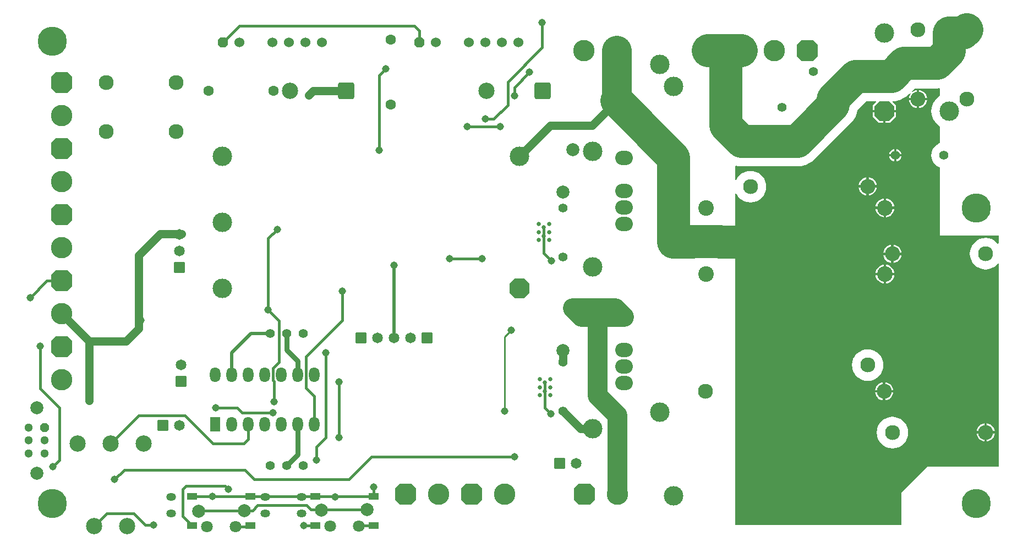
<source format=gbr>
G04 Layer_Physical_Order=1*
G04 Layer_Color=255*
%FSLAX26Y26*%
%MOIN*%
%TF.FileFunction,Copper,L1,Top,Signal*%
%TF.Part,Single*%
G01*
G75*
%TA.AperFunction,SMDPad,CuDef*%
%ADD10R,0.060000X0.040000*%
%TA.AperFunction,Conductor*%
%ADD11C,0.050000*%
%ADD12C,0.015000*%
%ADD13C,0.020000*%
%ADD14C,0.150000*%
%ADD15C,0.120000*%
%ADD16C,0.030000*%
%ADD17C,0.200000*%
%ADD18C,0.180000*%
%ADD19C,0.010000*%
%TA.AperFunction,ComponentPad*%
%ADD20C,0.078740*%
%ADD21C,0.051181*%
G04:AMPARAMS|DCode=22|XSize=51.181mil|YSize=51.181mil|CornerRadius=0mil|HoleSize=0mil|Usage=FLASHONLY|Rotation=270.000|XOffset=0mil|YOffset=0mil|HoleType=Round|Shape=Octagon|*
%AMOCTAGOND22*
4,1,8,-0.012795,-0.025591,0.012795,-0.025591,0.025591,-0.012795,0.025591,0.012795,0.012795,0.025591,-0.012795,0.025591,-0.025591,0.012795,-0.025591,-0.012795,-0.012795,-0.025591,0.0*
%
%ADD22OCTAGOND22*%

%ADD23C,0.090551*%
%ADD24C,0.070866*%
%ADD25C,0.060000*%
G04:AMPARAMS|DCode=26|XSize=60mil|YSize=60mil|CornerRadius=0mil|HoleSize=0mil|Usage=FLASHONLY|Rotation=0.000|XOffset=0mil|YOffset=0mil|HoleType=Round|Shape=Octagon|*
%AMOCTAGOND26*
4,1,8,0.030000,-0.015000,0.030000,0.015000,0.015000,0.030000,-0.015000,0.030000,-0.030000,0.015000,-0.030000,-0.015000,-0.015000,-0.030000,0.015000,-0.030000,0.030000,-0.015000,0.0*
%
%ADD26OCTAGOND26*%

%ADD27C,0.065000*%
G04:AMPARAMS|DCode=28|XSize=65mil|YSize=65mil|CornerRadius=3.25mil|HoleSize=0mil|Usage=FLASHONLY|Rotation=180.000|XOffset=0mil|YOffset=0mil|HoleType=Round|Shape=RoundedRectangle|*
%AMROUNDEDRECTD28*
21,1,0.065000,0.058500,0,0,180.0*
21,1,0.058500,0.065000,0,0,180.0*
1,1,0.006500,-0.029250,0.029250*
1,1,0.006500,0.029250,0.029250*
1,1,0.006500,0.029250,-0.029250*
1,1,0.006500,-0.029250,-0.029250*
%
%ADD28ROUNDEDRECTD28*%
%ADD29C,0.118110*%
G04:AMPARAMS|DCode=30|XSize=118.11mil|YSize=118.11mil|CornerRadius=0mil|HoleSize=0mil|Usage=FLASHONLY|Rotation=270.000|XOffset=0mil|YOffset=0mil|HoleType=Round|Shape=Octagon|*
%AMOCTAGOND30*
4,1,8,-0.029527,-0.059055,0.029527,-0.059055,0.059055,-0.029528,0.059055,0.029528,0.029527,0.059055,-0.029527,0.059055,-0.059055,0.029528,-0.059055,-0.029528,-0.029527,-0.059055,0.0*
%
%ADD30OCTAGOND30*%

G04:AMPARAMS|DCode=31|XSize=65mil|YSize=65mil|CornerRadius=3.25mil|HoleSize=0mil|Usage=FLASHONLY|Rotation=90.000|XOffset=0mil|YOffset=0mil|HoleType=Round|Shape=RoundedRectangle|*
%AMROUNDEDRECTD31*
21,1,0.065000,0.058500,0,0,90.0*
21,1,0.058500,0.065000,0,0,90.0*
1,1,0.006500,0.029250,0.029250*
1,1,0.006500,0.029250,-0.029250*
1,1,0.006500,-0.029250,-0.029250*
1,1,0.006500,-0.029250,0.029250*
%
%ADD31ROUNDEDRECTD31*%
%ADD32C,0.098425*%
G04:AMPARAMS|DCode=33|XSize=98.425mil|YSize=98.425mil|CornerRadius=9.842mil|HoleSize=0mil|Usage=FLASHONLY|Rotation=0.000|XOffset=0mil|YOffset=0mil|HoleType=Round|Shape=RoundedRectangle|*
%AMROUNDEDRECTD33*
21,1,0.098425,0.078740,0,0,0.0*
21,1,0.078740,0.098425,0,0,0.0*
1,1,0.019685,0.039370,-0.039370*
1,1,0.019685,-0.039370,-0.039370*
1,1,0.019685,-0.039370,0.039370*
1,1,0.019685,0.039370,0.039370*
%
%ADD33ROUNDEDRECTD33*%
%ADD34C,0.062992*%
G04:AMPARAMS|DCode=35|XSize=118.11mil|YSize=118.11mil|CornerRadius=0mil|HoleSize=0mil|Usage=FLASHONLY|Rotation=180.000|XOffset=0mil|YOffset=0mil|HoleType=Round|Shape=Octagon|*
%AMOCTAGOND35*
4,1,8,-0.059055,0.029527,-0.059055,-0.029527,-0.029528,-0.059055,0.029528,-0.059055,0.059055,-0.029527,0.059055,0.029527,0.029528,0.059055,-0.029528,0.059055,-0.059055,0.029527,0.0*
%
%ADD35OCTAGOND35*%

G04:AMPARAMS|DCode=36|XSize=129.921mil|YSize=129.921mil|CornerRadius=0mil|HoleSize=0mil|Usage=FLASHONLY|Rotation=270.000|XOffset=0mil|YOffset=0mil|HoleType=Round|Shape=Octagon|*
%AMOCTAGOND36*
4,1,8,-0.032480,-0.064961,0.032480,-0.064961,0.064961,-0.032480,0.064961,0.032480,0.032480,0.064961,-0.032480,0.064961,-0.064961,0.032480,-0.064961,-0.032480,-0.032480,-0.064961,0.0*
%
%ADD36OCTAGOND36*%

%ADD37C,0.129921*%
%ADD38C,0.094488*%
%ADD39C,0.055118*%
%ADD40O,0.059055X0.047244*%
G04:AMPARAMS|DCode=41|XSize=129.921mil|YSize=129.921mil|CornerRadius=0mil|HoleSize=0mil|Usage=FLASHONLY|Rotation=180.000|XOffset=0mil|YOffset=0mil|HoleType=Round|Shape=Octagon|*
%AMOCTAGOND41*
4,1,8,-0.064961,0.032480,-0.064961,-0.032480,-0.032480,-0.064961,0.032480,-0.064961,0.064961,-0.032480,0.064961,0.032480,0.032480,0.064961,-0.032480,0.064961,-0.064961,0.032480,0.0*
%
%ADD41OCTAGOND41*%

%ADD42O,0.106299X0.088189*%
%ADD43O,0.064000X0.090000*%
%ADD44R,0.064000X0.090000*%
%TA.AperFunction,WasherPad*%
%ADD45C,0.177165*%
%TA.AperFunction,ViaPad*%
%ADD46C,0.118110*%
%ADD47C,0.045000*%
%ADD48C,0.025984*%
G36*
X6929134Y4512757D02*
Y4471227D01*
X6920701Y4466059D01*
X6907648Y4454911D01*
X6896500Y4441858D01*
X6887531Y4427222D01*
X6880962Y4411363D01*
X6876954Y4394672D01*
X6875608Y4377559D01*
X6876954Y4360446D01*
X6880962Y4343755D01*
X6887531Y4327896D01*
X6896500Y4313260D01*
X6907648Y4300207D01*
X6920701Y4289059D01*
X6929134Y4283891D01*
X6929134Y4183919D01*
X6922814Y4182002D01*
X6909340Y4174800D01*
X6897530Y4165108D01*
X6887838Y4153298D01*
X6880636Y4139824D01*
X6876201Y4125204D01*
X6874703Y4110000D01*
X6876201Y4094796D01*
X6880636Y4080176D01*
X6887838Y4066702D01*
X6897530Y4054892D01*
X6909340Y4045200D01*
X6922814Y4037998D01*
X6929133Y4036081D01*
Y3622047D01*
X7283465D01*
Y3575439D01*
X7278757Y3573755D01*
X7272420Y3581476D01*
X7257913Y3593382D01*
X7241361Y3602229D01*
X7223402Y3607677D01*
X7204724Y3609516D01*
X7186047Y3607677D01*
X7168088Y3602229D01*
X7151536Y3593382D01*
X7137028Y3581476D01*
X7125122Y3566968D01*
X7116275Y3550416D01*
X7110827Y3532457D01*
X7108988Y3513780D01*
X7110827Y3495102D01*
X7116275Y3477143D01*
X7125122Y3460591D01*
X7137028Y3446084D01*
X7151536Y3434177D01*
X7168088Y3425330D01*
X7186047Y3419883D01*
X7204724Y3418043D01*
X7223402Y3419883D01*
X7241361Y3425330D01*
X7257913Y3434177D01*
X7272420Y3446084D01*
X7278757Y3453805D01*
X7283465Y3452120D01*
Y2224409D01*
X6850394D01*
X6692913Y2066929D01*
Y1870079D01*
X5688976D01*
Y3876825D01*
X5693976Y3878077D01*
X5700398Y3866064D01*
X5712304Y3851556D01*
X5726812Y3839650D01*
X5743363Y3830803D01*
X5761323Y3825355D01*
X5780000Y3823515D01*
X5798677Y3825355D01*
X5816637Y3830803D01*
X5833188Y3839650D01*
X5847696Y3851556D01*
X5859602Y3866064D01*
X5868449Y3882615D01*
X5873897Y3900575D01*
X5875737Y3919252D01*
X5873897Y3937929D01*
X5868449Y3955889D01*
X5859602Y3972440D01*
X5847696Y3986948D01*
X5833188Y3998854D01*
X5816637Y4007701D01*
X5798677Y4013149D01*
X5780000Y4014989D01*
X5761323Y4013149D01*
X5743363Y4007701D01*
X5726812Y3998854D01*
X5712304Y3986948D01*
X5700398Y3972440D01*
X5693976Y3960427D01*
X5688976Y3961679D01*
Y4043912D01*
X5693976Y4046903D01*
X5704809Y4044302D01*
X5728346Y4042450D01*
X6062992D01*
X6086530Y4044302D01*
X6098009Y4047058D01*
X6109488Y4049814D01*
X6120395Y4054331D01*
X6131301Y4058849D01*
X6151433Y4071186D01*
X6169386Y4086519D01*
X6388402Y4305535D01*
X6403736Y4323489D01*
X6416072Y4343620D01*
X6420590Y4354527D01*
X6425108Y4365433D01*
X6430218Y4386722D01*
X6479647Y4436150D01*
X6539775D01*
X6541689Y4431531D01*
X6522244Y4412087D01*
Y4385059D01*
X6591299D01*
X6660354D01*
Y4412087D01*
X6640336Y4432105D01*
X6642066Y4436796D01*
X6657396Y4438003D01*
X6668875Y4440759D01*
X6680354Y4443515D01*
X6691261Y4448032D01*
X6702167Y4452550D01*
X6722299Y4464886D01*
X6740252Y4480220D01*
X6747495Y4487463D01*
X6751262Y4484159D01*
X6746441Y4477876D01*
X6740872Y4464430D01*
X6739959Y4457500D01*
X6787225D01*
Y4504765D01*
X6780295Y4503853D01*
X6766848Y4498283D01*
X6760566Y4493462D01*
X6757262Y4497230D01*
X6774923Y4514891D01*
X6909449D01*
X6925462Y4516151D01*
X6929134Y4512757D01*
D02*
G37*
%LPC*%
G36*
X6597500Y2734765D02*
Y2687500D01*
X6644765D01*
X6643853Y2694430D01*
X6638283Y2707876D01*
X6629423Y2719423D01*
X6617876Y2728283D01*
X6604430Y2733853D01*
X6597500Y2734765D01*
D02*
G37*
G36*
X6490000Y2934398D02*
X6471323Y2932558D01*
X6453363Y2927110D01*
X6436812Y2918264D01*
X6422304Y2906357D01*
X6410398Y2891850D01*
X6401551Y2875298D01*
X6396103Y2857339D01*
X6394263Y2838661D01*
X6396103Y2819984D01*
X6401551Y2802025D01*
X6410398Y2785473D01*
X6422304Y2770965D01*
X6436812Y2759059D01*
X6453363Y2750212D01*
X6471323Y2744764D01*
X6490000Y2742925D01*
X6508677Y2744764D01*
X6526637Y2750212D01*
X6543188Y2759059D01*
X6557696Y2770965D01*
X6569602Y2785473D01*
X6578449Y2802025D01*
X6583897Y2819984D01*
X6585737Y2838661D01*
X6583897Y2857339D01*
X6578449Y2875298D01*
X6569602Y2891850D01*
X6557696Y2906357D01*
X6543188Y2918264D01*
X6526637Y2927110D01*
X6508677Y2932558D01*
X6490000Y2934398D01*
D02*
G37*
G36*
X6644765Y2672500D02*
X6597500D01*
Y2625235D01*
X6604430Y2626147D01*
X6617876Y2631717D01*
X6629423Y2640577D01*
X6638283Y2652124D01*
X6643853Y2665570D01*
X6644765Y2672500D01*
D02*
G37*
G36*
X6582500Y2734765D02*
X6575570Y2733853D01*
X6562124Y2728283D01*
X6550577Y2719423D01*
X6541717Y2707876D01*
X6536147Y2694430D01*
X6535235Y2687500D01*
X6582500D01*
Y2734765D01*
D02*
G37*
G36*
X6587500Y3382500D02*
X6538249D01*
X6539229Y3375056D01*
X6544997Y3361131D01*
X6554173Y3349173D01*
X6566131Y3339997D01*
X6580056Y3334229D01*
X6587500Y3333249D01*
Y3382500D01*
D02*
G37*
G36*
X6602500Y3446751D02*
Y3397500D01*
X6651751D01*
X6650771Y3404944D01*
X6645003Y3418869D01*
X6635827Y3430827D01*
X6623869Y3440003D01*
X6609944Y3445771D01*
X6602500Y3446751D01*
D02*
G37*
G36*
X6632500Y3505177D02*
X6585235D01*
X6586147Y3498247D01*
X6591717Y3484801D01*
X6600577Y3473254D01*
X6612124Y3464394D01*
X6625570Y3458824D01*
X6632500Y3457912D01*
Y3505177D01*
D02*
G37*
G36*
X6651751Y3382500D02*
X6602500D01*
Y3333249D01*
X6609944Y3334229D01*
X6623869Y3339997D01*
X6635827Y3349173D01*
X6645003Y3361131D01*
X6650771Y3375056D01*
X6651751Y3382500D01*
D02*
G37*
G36*
X6587500Y3446751D02*
X6580056Y3445771D01*
X6566131Y3440003D01*
X6554173Y3430827D01*
X6544997Y3418869D01*
X6539229Y3404944D01*
X6538249Y3397500D01*
X6587500D01*
Y3446751D01*
D02*
G37*
G36*
X6582500Y2672500D02*
X6535235D01*
X6536147Y2665570D01*
X6541717Y2652124D01*
X6550577Y2640577D01*
X6562124Y2631717D01*
X6575570Y2626147D01*
X6582500Y2625235D01*
Y2672500D01*
D02*
G37*
G36*
X5772500Y2005513D02*
X5765570Y2004601D01*
X5752124Y1999031D01*
X5740577Y1990171D01*
X5731717Y1978624D01*
X5726147Y1965178D01*
X5725235Y1958248D01*
X5772500D01*
Y2005513D01*
D02*
G37*
G36*
X5787500D02*
Y1958248D01*
X5834765D01*
X5833853Y1965178D01*
X5828283Y1978624D01*
X5819423Y1990171D01*
X5807876Y1999031D01*
X5794430Y2004601D01*
X5787500Y2005513D01*
D02*
G37*
G36*
X5772500Y1943248D02*
X5725235D01*
X5726147Y1936318D01*
X5731717Y1922872D01*
X5740577Y1911325D01*
X5752124Y1902465D01*
X5765570Y1896895D01*
X5772500Y1895983D01*
Y1943248D01*
D02*
G37*
G36*
X5834765D02*
X5787500D01*
Y1895983D01*
X5794430Y1896895D01*
X5807876Y1902465D01*
X5819423Y1911325D01*
X5828283Y1922872D01*
X5833853Y1936318D01*
X5834765Y1943248D01*
D02*
G37*
G36*
X6640000Y2525737D02*
X6621323Y2523897D01*
X6603363Y2518449D01*
X6586812Y2509602D01*
X6572304Y2497696D01*
X6560398Y2483188D01*
X6551551Y2466637D01*
X6546103Y2448677D01*
X6544263Y2430000D01*
X6546103Y2411323D01*
X6551551Y2393363D01*
X6560398Y2376812D01*
X6572304Y2362304D01*
X6586812Y2350398D01*
X6603363Y2341551D01*
X6621323Y2336103D01*
X6640000Y2334263D01*
X6658677Y2336103D01*
X6676637Y2341551D01*
X6693188Y2350398D01*
X6707696Y2362304D01*
X6719602Y2376812D01*
X6728449Y2393363D01*
X6733897Y2411323D01*
X6735737Y2430000D01*
X6733897Y2448677D01*
X6728449Y2466637D01*
X6719602Y2483188D01*
X6707696Y2497696D01*
X6693188Y2509602D01*
X6676637Y2518449D01*
X6658677Y2523897D01*
X6640000Y2525737D01*
D02*
G37*
G36*
X7197225Y2485868D02*
X7190295Y2484955D01*
X7176848Y2479385D01*
X7165301Y2470525D01*
X7156441Y2458979D01*
X7150872Y2445532D01*
X7149959Y2438602D01*
X7197225D01*
Y2485868D01*
D02*
G37*
G36*
X7212225Y2485867D02*
Y2438602D01*
X7259490D01*
X7258577Y2445532D01*
X7253008Y2458979D01*
X7244147Y2470525D01*
X7232601Y2479385D01*
X7219154Y2484955D01*
X7212225Y2485867D01*
D02*
G37*
G36*
X7197225Y2423602D02*
X7149959D01*
X7150872Y2416673D01*
X7156441Y2403226D01*
X7165301Y2391679D01*
X7176848Y2382819D01*
X7190295Y2377249D01*
X7197225Y2376337D01*
Y2423602D01*
D02*
G37*
G36*
X7259490D02*
X7212225D01*
Y2376337D01*
X7219154Y2377249D01*
X7232601Y2382819D01*
X7244147Y2391679D01*
X7253008Y2403226D01*
X7258577Y2416673D01*
X7259490Y2423602D01*
D02*
G37*
G36*
X6694765Y3505177D02*
X6647500D01*
Y3457912D01*
X6654430Y3458824D01*
X6667876Y3464394D01*
X6679423Y3473254D01*
X6688283Y3484801D01*
X6693853Y3498247D01*
X6694765Y3505177D01*
D02*
G37*
G36*
X6649862Y4146896D02*
X6647557Y4146592D01*
X6638421Y4142808D01*
X6630575Y4136787D01*
X6624555Y4128942D01*
X6620770Y4119805D01*
X6620467Y4117500D01*
X6649862D01*
Y4146896D01*
D02*
G37*
G36*
X6664862D02*
Y4117500D01*
X6694258D01*
X6693954Y4119805D01*
X6690170Y4128942D01*
X6684150Y4136787D01*
X6676304Y4142808D01*
X6667167Y4146592D01*
X6664862Y4146896D01*
D02*
G37*
G36*
X6649862Y4102500D02*
X6620467D01*
X6620770Y4100195D01*
X6624555Y4091058D01*
X6630575Y4083213D01*
X6638421Y4077192D01*
X6647557Y4073408D01*
X6649862Y4073104D01*
Y4102500D01*
D02*
G37*
G36*
X6694258D02*
X6664862D01*
Y4073104D01*
X6667167Y4073408D01*
X6676304Y4077192D01*
X6684150Y4083213D01*
X6690170Y4091058D01*
X6693954Y4100195D01*
X6694258Y4102500D01*
D02*
G37*
G36*
X6583799Y4370059D02*
X6522244D01*
Y4343031D01*
X6556772Y4308504D01*
X6583799D01*
Y4370059D01*
D02*
G37*
G36*
X6849490Y4442500D02*
X6802225D01*
Y4395235D01*
X6809154Y4396147D01*
X6822601Y4401717D01*
X6834147Y4410577D01*
X6843008Y4422124D01*
X6848577Y4435570D01*
X6849490Y4442500D01*
D02*
G37*
G36*
X6802225Y4504765D02*
Y4457500D01*
X6849490D01*
X6848577Y4464430D01*
X6843008Y4477876D01*
X6834147Y4489423D01*
X6822601Y4498283D01*
X6809154Y4503853D01*
X6802225Y4504765D01*
D02*
G37*
G36*
X6660354Y4370059D02*
X6598799D01*
Y4308504D01*
X6625827D01*
X6660354Y4343031D01*
Y4370059D01*
D02*
G37*
G36*
X6787225Y4442500D02*
X6739959D01*
X6740872Y4435570D01*
X6746441Y4422124D01*
X6755301Y4410577D01*
X6766848Y4401717D01*
X6780295Y4396147D01*
X6787225Y4395235D01*
Y4442500D01*
D02*
G37*
G36*
X6497500Y3976104D02*
Y3928838D01*
X6544765D01*
X6543853Y3935768D01*
X6538283Y3949215D01*
X6529423Y3960762D01*
X6517876Y3969622D01*
X6504430Y3975191D01*
X6497500Y3976104D01*
D02*
G37*
G36*
X6587500Y3784075D02*
X6538249D01*
X6539229Y3776631D01*
X6544997Y3762706D01*
X6554173Y3750748D01*
X6566131Y3741572D01*
X6580056Y3735804D01*
X6587500Y3734824D01*
Y3784075D01*
D02*
G37*
G36*
X6651751D02*
X6602500D01*
Y3734824D01*
X6609944Y3735804D01*
X6623869Y3741572D01*
X6635827Y3750748D01*
X6645003Y3762706D01*
X6650771Y3776631D01*
X6651751Y3784075D01*
D02*
G37*
G36*
X6632500Y3567442D02*
X6625570Y3566530D01*
X6612124Y3560960D01*
X6600577Y3552100D01*
X6591717Y3540553D01*
X6586147Y3527107D01*
X6585235Y3520177D01*
X6632500D01*
Y3567442D01*
D02*
G37*
G36*
X6647500D02*
Y3520177D01*
X6694765D01*
X6693853Y3527107D01*
X6688283Y3540553D01*
X6679423Y3552100D01*
X6667876Y3560960D01*
X6654430Y3566530D01*
X6647500Y3567442D01*
D02*
G37*
G36*
X6587500Y3848325D02*
X6580056Y3847345D01*
X6566131Y3841577D01*
X6554173Y3832402D01*
X6544997Y3820444D01*
X6539229Y3806519D01*
X6538249Y3799075D01*
X6587500D01*
Y3848325D01*
D02*
G37*
G36*
X6544765Y3913838D02*
X6497500D01*
Y3866573D01*
X6504430Y3867486D01*
X6517876Y3873055D01*
X6529423Y3881916D01*
X6538283Y3893462D01*
X6543853Y3906909D01*
X6544765Y3913838D01*
D02*
G37*
G36*
X6482500Y3976104D02*
X6475570Y3975191D01*
X6462124Y3969622D01*
X6450577Y3960762D01*
X6441717Y3949215D01*
X6436147Y3935768D01*
X6435235Y3928838D01*
X6482500D01*
Y3976104D01*
D02*
G37*
G36*
X6602500Y3848325D02*
Y3799075D01*
X6651751D01*
X6650771Y3806519D01*
X6645003Y3820444D01*
X6635827Y3832402D01*
X6623869Y3841577D01*
X6609944Y3847345D01*
X6602500Y3848325D01*
D02*
G37*
G36*
X6482500Y3913838D02*
X6435235D01*
X6436147Y3906909D01*
X6441717Y3893462D01*
X6450577Y3881916D01*
X6462124Y3873055D01*
X6475570Y3867486D01*
X6482500Y3866573D01*
Y3913838D01*
D02*
G37*
%LPD*%
D10*
X2397835Y1867500D02*
D03*
Y2042500D02*
D03*
X2752165Y1867500D02*
D03*
Y2042500D02*
D03*
X3142835Y1867500D02*
D03*
Y2042500D02*
D03*
X3497165Y1867500D02*
D03*
Y2042500D02*
D03*
D11*
X1774000Y2625000D02*
Y2983481D01*
X1998480D01*
X2075000Y3060000D01*
Y3505000D01*
X2205000Y3635000D01*
X2335000D01*
X1774000Y2983481D02*
X1607480Y3150000D01*
X3105000Y4475000D02*
X3130000Y4500000D01*
X3330000D01*
X4380000Y4105000D02*
X4566339Y4291339D01*
X4821890D01*
X4970000Y4439449D01*
X4645472Y2927047D02*
X4645000Y2926575D01*
Y2855276D01*
Y2560000D02*
X4750000Y2455000D01*
X4825000D01*
D12*
X1880000Y1940000D02*
X2045000D01*
X2114921Y1870079D01*
X2165354D01*
X2342520Y1922815D02*
X2397835Y1867500D01*
X2342520Y1922815D02*
Y2086614D01*
X2362205Y2106299D01*
X2598425D01*
X2618110Y2086614D01*
X2752165Y2042500D02*
X3142835D01*
X3497165D01*
Y2099528D01*
X3457795Y1962677D02*
X3117323D01*
X3090000Y1990000D01*
X2795000D01*
X2762677Y1957677D01*
X2712795D01*
X2437205D01*
X2397835Y2042500D02*
X2752165D01*
Y1867500D02*
X2743917Y1859252D01*
X2661614D01*
X2775591Y2145669D02*
X3346457D01*
X3484252Y2283465D01*
X4350394D01*
X4535000Y2580000D02*
X4570000Y2545000D01*
X4535000Y2580000D02*
Y2681378D01*
Y2732559D01*
X4575000Y3470000D02*
X4528504Y3516496D01*
Y3621378D01*
Y3672559D01*
X4153543Y3484252D02*
X3956693D01*
X3307087Y3287402D02*
Y3110236D01*
X3087035Y2890185D01*
Y2700366D01*
X3136535Y2650866D01*
Y2480000D01*
X3149606Y2342520D02*
X3208661Y2401575D01*
Y2913386D01*
X2924941Y3106949D02*
Y2858074D01*
X2887035Y2820169D01*
Y2746497D01*
X2893701Y2739831D01*
Y2618110D01*
X2886535Y2550000D02*
X2700000D01*
X2670000Y2580000D01*
X2540000D01*
X2525000Y2365000D02*
X2710000D01*
X2736535Y2391535D01*
Y2480000D01*
X2525000Y2365000D02*
X2355000Y2535000D01*
X2075000D01*
X1905000Y2365000D01*
X1929134Y2145669D02*
X1988189Y2204724D01*
X2716535D01*
X2775591Y2145669D01*
X3073445Y1867500D02*
X3142835D01*
X3409862D02*
X3497165D01*
X3409862D02*
X3406614Y1864252D01*
X3149606Y2263780D02*
Y2342520D01*
X3287402Y2401575D02*
Y2736220D01*
X2924941Y3106949D02*
X2858465Y3173425D01*
Y3606496D01*
X2913386Y3661417D01*
X3530000Y4140000D02*
Y4595000D01*
X3570000Y4635000D01*
X3775000Y4795000D02*
Y4865000D01*
X3745000Y4895000D01*
X2685000D01*
X2585000Y4795000D01*
X1519291Y3350000D02*
X1607480D01*
X1519291D02*
X1417323Y3248032D01*
X1476378Y2952756D02*
Y2696850D01*
X1594488Y2578740D01*
Y2263780D01*
X1555118Y2224409D01*
X1805000Y1865000D02*
X1880000Y1940000D01*
X4310000Y4415000D02*
Y4555000D01*
X4518010Y4763010D01*
Y4913010D01*
X4441990Y4611990D02*
X4350000Y4520000D01*
Y4470000D01*
X4310000Y4415000D02*
X4225000Y4330000D01*
X4175000D01*
X4265000Y4285000D02*
X4065000D01*
D13*
X2636535Y2780000D02*
Y2912126D01*
X2754409Y3030000D01*
X2870000D01*
X3620000Y3003740D02*
Y3443740D01*
D14*
X5780000Y1950748D02*
X5883898D01*
X5962638D01*
X6045236D01*
D15*
X4704528Y3182953D02*
X4757480Y3130000D01*
X4850000D01*
X4855000Y3125000D01*
Y2655000D01*
X4975000Y2535000D01*
Y2057481D01*
X5015000Y3130000D02*
X4850000D01*
X4825000Y3155000D01*
X4962047Y3182953D02*
X5015000Y3130000D01*
X4962047Y3182953D02*
X4704528D01*
D16*
X2970000Y2230000D02*
X3036535Y2296535D01*
Y2480000D01*
Y2780000D02*
Y2863465D01*
X2970000Y2930000D01*
Y3030000D01*
D17*
X4970000Y4439449D02*
X5314961Y4094488D01*
Y3582677D01*
X5426055D01*
X5430622Y3587244D01*
X5594024D01*
X5598591Y3582677D01*
X6220472D01*
X6062992Y4192913D02*
X6282008Y4411929D01*
Y4451299D01*
X6417323Y4586614D01*
X6633858D01*
X6712598Y4665354D01*
X6909449D01*
X6985000Y4740905D01*
Y4850000D01*
X7068740D01*
X7090000Y4871260D01*
X6062992Y4192913D02*
X5728346D01*
X5629921Y4291338D01*
Y4547244D01*
Y4742520D01*
X5725000D01*
X5629921Y4744095D02*
Y4742520D01*
X5525000D01*
D18*
X4970000Y4439449D02*
Y4742520D01*
D19*
X4290394Y2560000D02*
Y3010866D01*
X4330709Y3051181D01*
D20*
X1456693Y2185039D02*
D03*
Y2578740D02*
D03*
X2437205Y1953740D02*
D03*
X2712795Y1957677D02*
D03*
X3182205Y1958740D02*
D03*
X3457795Y1962677D02*
D03*
X4645472Y2927047D02*
D03*
X4704528Y3182953D02*
D03*
X4645472Y3887047D02*
D03*
X4704528Y4142953D02*
D03*
D21*
X1407480Y2303150D02*
D03*
Y2381890D02*
D03*
X1505906D02*
D03*
Y2303150D02*
D03*
X1407480Y2460630D02*
D03*
D22*
X1505906Y2460630D02*
D03*
D23*
X2300000Y4254724D02*
D03*
Y4550000D02*
D03*
X1878740D02*
D03*
Y4254724D02*
D03*
X5507323Y2680000D02*
D03*
X5780000Y1950748D02*
D03*
X6640000Y2430000D02*
D03*
X6590000Y2680000D02*
D03*
X6490000Y2838661D02*
D03*
X6640000Y3512677D02*
D03*
X6490000Y3921339D02*
D03*
X7090000Y4450000D02*
D03*
Y4871260D02*
D03*
X6794724D02*
D03*
Y4450000D02*
D03*
X7204724Y3513780D02*
D03*
Y2431102D02*
D03*
X5780000Y3919252D02*
D03*
D24*
X2488386Y1859252D02*
D03*
X2661614D02*
D03*
X3233386Y1864252D02*
D03*
X3406614D02*
D03*
D25*
X4375000Y4795000D02*
D03*
X4275000D02*
D03*
X4175000D02*
D03*
X4075000D02*
D03*
X3875000D02*
D03*
X3185000D02*
D03*
X3085000D02*
D03*
X2985000D02*
D03*
X2885000D02*
D03*
X2685000D02*
D03*
D26*
X3775000Y4795000D02*
D03*
X2585000D02*
D03*
D27*
X2320000Y2475000D02*
D03*
X2330000Y2840000D02*
D03*
X2320000Y3530000D02*
D03*
Y3630000D02*
D03*
X3520000Y3003740D02*
D03*
X3620000D02*
D03*
X3720000D02*
D03*
X4725984Y2244095D02*
D03*
D28*
X2220000Y2475000D02*
D03*
X3420000Y3003740D02*
D03*
X3820000D02*
D03*
X4625984Y2244095D02*
D03*
D29*
X2580000Y3305000D02*
D03*
Y3705000D02*
D03*
Y4105000D02*
D03*
X4380000D02*
D03*
X4825000Y4135000D02*
D03*
X5229907Y4661123D02*
D03*
X4825000Y3435000D02*
D03*
Y3155000D02*
D03*
Y2455000D02*
D03*
X5230000Y2555000D02*
D03*
X6985000Y4377559D02*
D03*
Y4850000D02*
D03*
X6591299D02*
D03*
D30*
X6591299Y4377559D02*
D03*
D31*
X2330000Y2740000D02*
D03*
X2320000Y3430000D02*
D03*
D32*
X1805000Y1865000D02*
D03*
X2005000D02*
D03*
X2105000Y2365000D02*
D03*
X1905000D02*
D03*
X1705000D02*
D03*
X2990000Y4500000D02*
D03*
X4180000D02*
D03*
D33*
X4520000Y4500000D02*
D03*
X3330000D02*
D03*
D34*
X3600000Y4418150D02*
D03*
Y4811850D02*
D03*
X2891850Y4500000D02*
D03*
X2498150D02*
D03*
D35*
X4380000Y3305000D02*
D03*
D36*
X1607480Y2950000D02*
D03*
Y3350000D02*
D03*
Y3750000D02*
D03*
Y4150000D02*
D03*
Y4550000D02*
D03*
D37*
X1607480Y2750000D02*
D03*
Y3150000D02*
D03*
Y3550000D02*
D03*
Y3950000D02*
D03*
Y4350000D02*
D03*
X3890000Y2057481D02*
D03*
X4290000D02*
D03*
X4975000D02*
D03*
X5925000Y4742520D02*
D03*
X5525000D02*
D03*
X4770000D02*
D03*
D38*
X5512323Y3390000D02*
D03*
Y3791575D02*
D03*
X6595000Y3390000D02*
D03*
Y3791575D02*
D03*
D39*
X2870000Y2230000D02*
D03*
X2970000D02*
D03*
X3070000D02*
D03*
Y3030000D02*
D03*
X2970000D02*
D03*
X2870000D02*
D03*
X4645000Y2560000D02*
D03*
Y2855276D02*
D03*
Y3495000D02*
D03*
Y3790276D02*
D03*
X5674213Y4400000D02*
D03*
X5969488D02*
D03*
X6161417Y4320866D02*
D03*
Y4616142D02*
D03*
X6657362Y4110000D02*
D03*
X6952638D02*
D03*
D40*
X2270000Y1940000D02*
D03*
Y2040000D02*
D03*
X2840000Y1940000D02*
D03*
Y2040000D02*
D03*
X3060000Y1940000D02*
D03*
Y2040000D02*
D03*
D41*
X3690000Y2057481D02*
D03*
X4090000D02*
D03*
X4775000D02*
D03*
X6125000Y4742520D02*
D03*
X5725000D02*
D03*
X4970000D02*
D03*
D42*
X5015000Y2730000D02*
D03*
Y2830000D02*
D03*
Y2930000D02*
D03*
Y3130000D02*
D03*
Y3695000D02*
D03*
Y3795000D02*
D03*
Y3895000D02*
D03*
Y4095000D02*
D03*
D43*
X2636535Y2480000D02*
D03*
X2736535D02*
D03*
X2836535D02*
D03*
X2936535D02*
D03*
X3036535D02*
D03*
X3136535D02*
D03*
Y2780000D02*
D03*
X3036535D02*
D03*
X2936535D02*
D03*
X2836535D02*
D03*
X2736535D02*
D03*
X2636535D02*
D03*
X2536535D02*
D03*
D44*
X2536535Y2480000D02*
D03*
D45*
X1550000Y2000000D02*
D03*
Y4800000D02*
D03*
X7146850Y2000000D02*
D03*
Y3790000D02*
D03*
D46*
X5314961Y2047244D02*
D03*
Y4527559D02*
D03*
D47*
X2165354Y1870079D02*
D03*
X2520000Y2045000D02*
D03*
X2618110Y2086614D02*
D03*
X3073445Y1867500D02*
D03*
X3265000Y2040000D02*
D03*
X3497165Y2099528D02*
D03*
X3287402Y2401575D02*
D03*
X3149606Y2263780D02*
D03*
X2886535Y2550000D02*
D03*
X2893701Y2618110D02*
D03*
X3208661Y2913386D02*
D03*
X3287402Y2736220D02*
D03*
X2858465Y3173425D02*
D03*
X3307087Y3287402D02*
D03*
X3620000Y3443740D02*
D03*
X3956693Y3484252D02*
D03*
X4153543D02*
D03*
X4575000Y3470000D02*
D03*
X4330709Y3051181D02*
D03*
X4290394Y2560000D02*
D03*
X4570000Y2545000D02*
D03*
X4350394Y2283465D02*
D03*
X2913386Y3661417D02*
D03*
X3530000Y4140000D02*
D03*
X4065000Y4285000D02*
D03*
X4175000Y4330000D02*
D03*
X4265000Y4285000D02*
D03*
X4350000Y4470000D02*
D03*
X4441990Y4611990D02*
D03*
X4518010Y4913010D02*
D03*
X3570000Y4635000D02*
D03*
X3105000Y4475000D02*
D03*
X2086614Y3110236D02*
D03*
X1774000Y2625000D02*
D03*
X1476378Y2952756D02*
D03*
X1417323Y3248032D02*
D03*
X1555118Y2224409D02*
D03*
X1929134Y2145669D02*
D03*
X2540000Y2580000D02*
D03*
X5590551Y4389764D02*
D03*
X5669291Y4468504D02*
D03*
Y4547244D02*
D03*
X5590551D02*
D03*
Y4468504D02*
D03*
X5883898Y1950748D02*
D03*
X5962638D02*
D03*
X6045236D02*
D03*
X6139803D02*
D03*
D48*
X4503504Y2657756D02*
D03*
Y2705000D02*
D03*
Y2752244D02*
D03*
X4535000Y2732559D02*
D03*
Y2681378D02*
D03*
X4566496Y2705000D02*
D03*
Y2657756D02*
D03*
Y2752244D02*
D03*
X4560000Y3597756D02*
D03*
Y3645000D02*
D03*
X4528504Y3621378D02*
D03*
X4497008Y3645000D02*
D03*
Y3597756D02*
D03*
Y3692244D02*
D03*
X4528504Y3672559D02*
D03*
X4560000Y3692244D02*
D03*
%TF.MD5,9733e2f941a197d0be0886394bad8a8b*%
M02*

</source>
